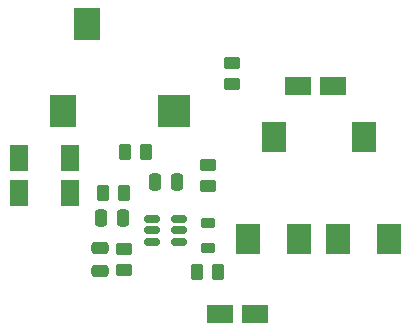
<source format=gbr>
%TF.GenerationSoftware,KiCad,Pcbnew,(6.0.9)*%
%TF.CreationDate,2022-12-23T11:03:20+01:00*%
%TF.ProjectId,FM_Transmitter,464d5f54-7261-46e7-936d-69747465722e,rev?*%
%TF.SameCoordinates,Original*%
%TF.FileFunction,Paste,Top*%
%TF.FilePolarity,Positive*%
%FSLAX46Y46*%
G04 Gerber Fmt 4.6, Leading zero omitted, Abs format (unit mm)*
G04 Created by KiCad (PCBNEW (6.0.9)) date 2022-12-23 11:03:20*
%MOMM*%
%LPD*%
G01*
G04 APERTURE LIST*
G04 Aperture macros list*
%AMRoundRect*
0 Rectangle with rounded corners*
0 $1 Rounding radius*
0 $2 $3 $4 $5 $6 $7 $8 $9 X,Y pos of 4 corners*
0 Add a 4 corners polygon primitive as box body*
4,1,4,$2,$3,$4,$5,$6,$7,$8,$9,$2,$3,0*
0 Add four circle primitives for the rounded corners*
1,1,$1+$1,$2,$3*
1,1,$1+$1,$4,$5*
1,1,$1+$1,$6,$7*
1,1,$1+$1,$8,$9*
0 Add four rect primitives between the rounded corners*
20,1,$1+$1,$2,$3,$4,$5,0*
20,1,$1+$1,$4,$5,$6,$7,0*
20,1,$1+$1,$6,$7,$8,$9,0*
20,1,$1+$1,$8,$9,$2,$3,0*%
G04 Aperture macros list end*
%ADD10R,2.000000X2.500000*%
%ADD11RoundRect,0.250000X0.450000X-0.262500X0.450000X0.262500X-0.450000X0.262500X-0.450000X-0.262500X0*%
%ADD12RoundRect,0.150000X0.512500X0.150000X-0.512500X0.150000X-0.512500X-0.150000X0.512500X-0.150000X0*%
%ADD13RoundRect,0.218750X0.381250X-0.218750X0.381250X0.218750X-0.381250X0.218750X-0.381250X-0.218750X0*%
%ADD14R,1.600000X2.200000*%
%ADD15RoundRect,0.250000X-0.262500X-0.450000X0.262500X-0.450000X0.262500X0.450000X-0.262500X0.450000X0*%
%ADD16RoundRect,0.250000X-0.450000X0.262500X-0.450000X-0.262500X0.450000X-0.262500X0.450000X0.262500X0*%
%ADD17R,2.200000X1.600000*%
%ADD18RoundRect,0.250000X0.250000X0.475000X-0.250000X0.475000X-0.250000X-0.475000X0.250000X-0.475000X0*%
%ADD19RoundRect,0.250000X-0.475000X0.250000X-0.475000X-0.250000X0.475000X-0.250000X0.475000X0.250000X0*%
%ADD20R,2.200000X2.800000*%
%ADD21R,2.800000X2.800000*%
G04 APERTURE END LIST*
D10*
%TO.C,R4*%
X93082000Y-96273000D03*
X90932000Y-87623000D03*
X88782000Y-96273000D03*
%TD*%
D11*
%TO.C,R6*%
X85344000Y-91844500D03*
X85344000Y-90019500D03*
%TD*%
D10*
%TO.C,R3*%
X100702000Y-96273000D03*
X98552000Y-87623000D03*
X96402000Y-96273000D03*
%TD*%
D12*
%TO.C,U1*%
X82919918Y-96515407D03*
X82919918Y-95565407D03*
X82919918Y-94615407D03*
X80644918Y-94615407D03*
X80644918Y-95565407D03*
X80644918Y-96515407D03*
%TD*%
D13*
%TO.C,L1*%
X85344000Y-97074500D03*
X85344000Y-94949500D03*
%TD*%
D14*
%TO.C,C5*%
X73660000Y-92432000D03*
X73660000Y-89432000D03*
%TD*%
D15*
%TO.C,R7*%
X76461954Y-92405042D03*
X78286954Y-92405042D03*
%TD*%
D16*
%TO.C,R8*%
X78232000Y-97131500D03*
X78232000Y-98956500D03*
%TD*%
D17*
%TO.C,C1*%
X92988000Y-83312000D03*
X95988000Y-83312000D03*
%TD*%
D15*
%TO.C,R5*%
X84431500Y-99060000D03*
X86256500Y-99060000D03*
%TD*%
%TO.C,R1*%
X78335500Y-88900000D03*
X80160500Y-88900000D03*
%TD*%
D11*
%TO.C,R2*%
X87376000Y-83208500D03*
X87376000Y-81383500D03*
%TD*%
D18*
%TO.C,C7*%
X78166000Y-94488000D03*
X76266000Y-94488000D03*
%TD*%
D17*
%TO.C,C2*%
X86384000Y-102616000D03*
X89384000Y-102616000D03*
%TD*%
D19*
%TO.C,C4*%
X76200000Y-97094000D03*
X76200000Y-98994000D03*
%TD*%
D14*
%TO.C,C6*%
X69385490Y-92432000D03*
X69385490Y-89432000D03*
%TD*%
D18*
%TO.C,C3*%
X82738000Y-91440000D03*
X80838000Y-91440000D03*
%TD*%
D20*
%TO.C,J1*%
X75108000Y-78088000D03*
X73108000Y-85488000D03*
D21*
X82508000Y-85488000D03*
%TD*%
M02*

</source>
